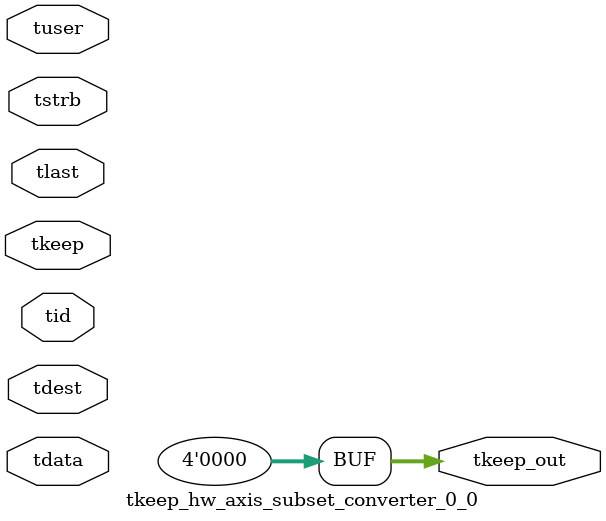
<source format=v>


`timescale 1ps/1ps

module tkeep_hw_axis_subset_converter_0_0 #
(
parameter C_S_AXIS_TDATA_WIDTH = 32,
parameter C_S_AXIS_TUSER_WIDTH = 0,
parameter C_S_AXIS_TID_WIDTH   = 0,
parameter C_S_AXIS_TDEST_WIDTH = 0,
parameter C_M_AXIS_TDATA_WIDTH = 32
)
(
input  [(C_S_AXIS_TDATA_WIDTH == 0 ? 1 : C_S_AXIS_TDATA_WIDTH)-1:0     ] tdata,
input  [(C_S_AXIS_TUSER_WIDTH == 0 ? 1 : C_S_AXIS_TUSER_WIDTH)-1:0     ] tuser,
input  [(C_S_AXIS_TID_WIDTH   == 0 ? 1 : C_S_AXIS_TID_WIDTH)-1:0       ] tid,
input  [(C_S_AXIS_TDEST_WIDTH == 0 ? 1 : C_S_AXIS_TDEST_WIDTH)-1:0     ] tdest,
input  [(C_S_AXIS_TDATA_WIDTH/8)-1:0 ] tkeep,
input  [(C_S_AXIS_TDATA_WIDTH/8)-1:0 ] tstrb,
input                                                                    tlast,
output [(C_M_AXIS_TDATA_WIDTH/8)-1:0 ] tkeep_out
);

assign tkeep_out = {1'b0};

endmodule


</source>
